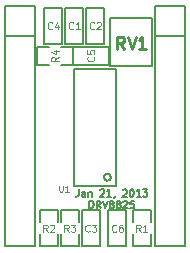
<source format=gto>
G04 (created by PCBNEW-RS274X (2012-01-19 BZR 3256)-stable) date 2013-01-22 오후 1:13:22*
G01*
G70*
G90*
%MOIN*%
G04 Gerber Fmt 3.4, Leading zero omitted, Abs format*
%FSLAX34Y34*%
G04 APERTURE LIST*
%ADD10C,0.006000*%
%ADD11C,0.005000*%
%ADD12C,0.005900*%
%ADD13C,0.003800*%
%ADD14C,0.003900*%
%ADD15C,0.010000*%
G04 APERTURE END LIST*
G54D10*
G54D11*
X43591Y-43807D02*
X43591Y-43979D01*
X43579Y-44013D01*
X43556Y-44036D01*
X43522Y-44047D01*
X43499Y-44047D01*
X43808Y-44047D02*
X43808Y-43921D01*
X43797Y-43899D01*
X43774Y-43887D01*
X43728Y-43887D01*
X43705Y-43899D01*
X43808Y-44036D02*
X43785Y-44047D01*
X43728Y-44047D01*
X43705Y-44036D01*
X43694Y-44013D01*
X43694Y-43990D01*
X43705Y-43967D01*
X43728Y-43956D01*
X43785Y-43956D01*
X43808Y-43944D01*
X43922Y-43887D02*
X43922Y-44047D01*
X43922Y-43910D02*
X43934Y-43899D01*
X43956Y-43887D01*
X43991Y-43887D01*
X44014Y-43899D01*
X44025Y-43921D01*
X44025Y-44047D01*
X44311Y-43830D02*
X44322Y-43819D01*
X44345Y-43807D01*
X44402Y-43807D01*
X44425Y-43819D01*
X44436Y-43830D01*
X44448Y-43853D01*
X44448Y-43876D01*
X44436Y-43910D01*
X44299Y-44047D01*
X44448Y-44047D01*
X44677Y-44047D02*
X44540Y-44047D01*
X44608Y-44047D02*
X44608Y-43807D01*
X44585Y-43841D01*
X44563Y-43864D01*
X44540Y-43876D01*
X44792Y-44036D02*
X44792Y-44047D01*
X44780Y-44070D01*
X44769Y-44081D01*
X45066Y-43830D02*
X45077Y-43819D01*
X45100Y-43807D01*
X45157Y-43807D01*
X45180Y-43819D01*
X45191Y-43830D01*
X45203Y-43853D01*
X45203Y-43876D01*
X45191Y-43910D01*
X45054Y-44047D01*
X45203Y-44047D01*
X45352Y-43807D02*
X45375Y-43807D01*
X45398Y-43819D01*
X45409Y-43830D01*
X45420Y-43853D01*
X45432Y-43899D01*
X45432Y-43956D01*
X45420Y-44001D01*
X45409Y-44024D01*
X45398Y-44036D01*
X45375Y-44047D01*
X45352Y-44047D01*
X45329Y-44036D01*
X45318Y-44024D01*
X45306Y-44001D01*
X45295Y-43956D01*
X45295Y-43899D01*
X45306Y-43853D01*
X45318Y-43830D01*
X45329Y-43819D01*
X45352Y-43807D01*
X45661Y-44047D02*
X45524Y-44047D01*
X45592Y-44047D02*
X45592Y-43807D01*
X45569Y-43841D01*
X45547Y-43864D01*
X45524Y-43876D01*
X45741Y-43807D02*
X45890Y-43807D01*
X45810Y-43899D01*
X45844Y-43899D01*
X45867Y-43910D01*
X45878Y-43921D01*
X45890Y-43944D01*
X45890Y-44001D01*
X45878Y-44024D01*
X45867Y-44036D01*
X45844Y-44047D01*
X45776Y-44047D01*
X45753Y-44036D01*
X45741Y-44024D01*
X43956Y-44433D02*
X43956Y-44193D01*
X44013Y-44193D01*
X44048Y-44205D01*
X44070Y-44227D01*
X44082Y-44250D01*
X44093Y-44296D01*
X44093Y-44330D01*
X44082Y-44376D01*
X44070Y-44399D01*
X44048Y-44422D01*
X44013Y-44433D01*
X43956Y-44433D01*
X44333Y-44433D02*
X44253Y-44319D01*
X44196Y-44433D02*
X44196Y-44193D01*
X44288Y-44193D01*
X44310Y-44205D01*
X44322Y-44216D01*
X44333Y-44239D01*
X44333Y-44273D01*
X44322Y-44296D01*
X44310Y-44307D01*
X44288Y-44319D01*
X44196Y-44319D01*
X44402Y-44193D02*
X44482Y-44433D01*
X44562Y-44193D01*
X44676Y-44296D02*
X44654Y-44285D01*
X44642Y-44273D01*
X44631Y-44250D01*
X44631Y-44239D01*
X44642Y-44216D01*
X44654Y-44205D01*
X44676Y-44193D01*
X44722Y-44193D01*
X44745Y-44205D01*
X44756Y-44216D01*
X44768Y-44239D01*
X44768Y-44250D01*
X44756Y-44273D01*
X44745Y-44285D01*
X44722Y-44296D01*
X44676Y-44296D01*
X44654Y-44307D01*
X44642Y-44319D01*
X44631Y-44342D01*
X44631Y-44387D01*
X44642Y-44410D01*
X44654Y-44422D01*
X44676Y-44433D01*
X44722Y-44433D01*
X44745Y-44422D01*
X44756Y-44410D01*
X44768Y-44387D01*
X44768Y-44342D01*
X44756Y-44319D01*
X44745Y-44307D01*
X44722Y-44296D01*
X44905Y-44296D02*
X44883Y-44285D01*
X44871Y-44273D01*
X44860Y-44250D01*
X44860Y-44239D01*
X44871Y-44216D01*
X44883Y-44205D01*
X44905Y-44193D01*
X44951Y-44193D01*
X44974Y-44205D01*
X44985Y-44216D01*
X44997Y-44239D01*
X44997Y-44250D01*
X44985Y-44273D01*
X44974Y-44285D01*
X44951Y-44296D01*
X44905Y-44296D01*
X44883Y-44307D01*
X44871Y-44319D01*
X44860Y-44342D01*
X44860Y-44387D01*
X44871Y-44410D01*
X44883Y-44422D01*
X44905Y-44433D01*
X44951Y-44433D01*
X44974Y-44422D01*
X44985Y-44410D01*
X44997Y-44387D01*
X44997Y-44342D01*
X44985Y-44319D01*
X44974Y-44307D01*
X44951Y-44296D01*
X45089Y-44216D02*
X45100Y-44205D01*
X45123Y-44193D01*
X45180Y-44193D01*
X45203Y-44205D01*
X45214Y-44216D01*
X45226Y-44239D01*
X45226Y-44262D01*
X45214Y-44296D01*
X45077Y-44433D01*
X45226Y-44433D01*
X45443Y-44193D02*
X45329Y-44193D01*
X45318Y-44307D01*
X45329Y-44296D01*
X45352Y-44285D01*
X45409Y-44285D01*
X45432Y-44296D01*
X45443Y-44307D01*
X45455Y-44330D01*
X45455Y-44387D01*
X45443Y-44410D01*
X45432Y-44422D01*
X45409Y-44433D01*
X45352Y-44433D01*
X45329Y-44422D01*
X45318Y-44410D01*
X45190Y-45300D02*
X45190Y-44900D01*
X44590Y-45300D02*
X44590Y-44900D01*
X45190Y-45300D02*
X45190Y-45700D01*
X45190Y-45700D02*
X44590Y-45700D01*
X44590Y-45700D02*
X44590Y-45300D01*
X44590Y-44900D02*
X44590Y-44500D01*
X44590Y-44500D02*
X45190Y-44500D01*
X45190Y-44500D02*
X45190Y-44900D01*
X44200Y-39050D02*
X43800Y-39050D01*
X44200Y-39650D02*
X43800Y-39650D01*
X44200Y-39050D02*
X44600Y-39050D01*
X44600Y-39050D02*
X44600Y-39650D01*
X44600Y-39650D02*
X44200Y-39650D01*
X43800Y-39650D02*
X43400Y-39650D01*
X43400Y-39650D02*
X43400Y-39050D01*
X43400Y-39050D02*
X43800Y-39050D01*
X42450Y-38150D02*
X42450Y-38550D01*
X43050Y-38150D02*
X43050Y-38550D01*
X42450Y-38150D02*
X42450Y-37750D01*
X42450Y-37750D02*
X43050Y-37750D01*
X43050Y-37750D02*
X43050Y-38150D01*
X43050Y-38550D02*
X43050Y-38950D01*
X43050Y-38950D02*
X42450Y-38950D01*
X42450Y-38950D02*
X42450Y-38550D01*
X43700Y-44900D02*
X43700Y-45300D01*
X44300Y-44900D02*
X44300Y-45300D01*
X43700Y-44900D02*
X43700Y-44500D01*
X43700Y-44500D02*
X44300Y-44500D01*
X44300Y-44500D02*
X44300Y-44900D01*
X44300Y-45300D02*
X44300Y-45700D01*
X44300Y-45700D02*
X43700Y-45700D01*
X43700Y-45700D02*
X43700Y-45300D01*
X43850Y-38150D02*
X43850Y-38550D01*
X44450Y-38150D02*
X44450Y-38550D01*
X43850Y-38150D02*
X43850Y-37750D01*
X43850Y-37750D02*
X44450Y-37750D01*
X44450Y-37750D02*
X44450Y-38150D01*
X44450Y-38550D02*
X44450Y-38950D01*
X44450Y-38950D02*
X43850Y-38950D01*
X43850Y-38950D02*
X43850Y-38550D01*
X43150Y-38150D02*
X43150Y-38550D01*
X43750Y-38150D02*
X43750Y-38550D01*
X43150Y-38150D02*
X43150Y-37750D01*
X43150Y-37750D02*
X43750Y-37750D01*
X43750Y-37750D02*
X43750Y-38150D01*
X43750Y-38550D02*
X43750Y-38950D01*
X43750Y-38950D02*
X43150Y-38950D01*
X43150Y-38950D02*
X43150Y-38550D01*
X43000Y-44900D02*
X43000Y-44500D01*
X43000Y-44500D02*
X43600Y-44500D01*
X43600Y-44500D02*
X43600Y-44900D01*
X43600Y-45300D02*
X43600Y-45700D01*
X43600Y-45700D02*
X43000Y-45700D01*
X43000Y-45700D02*
X43000Y-45300D01*
X42300Y-44900D02*
X42300Y-44500D01*
X42300Y-44500D02*
X42900Y-44500D01*
X42900Y-44500D02*
X42900Y-44900D01*
X42900Y-45300D02*
X42900Y-45700D01*
X42900Y-45700D02*
X42300Y-45700D01*
X42300Y-45700D02*
X42300Y-45300D01*
X46000Y-45300D02*
X46000Y-45700D01*
X46000Y-45700D02*
X45400Y-45700D01*
X45400Y-45700D02*
X45400Y-45300D01*
X45400Y-44900D02*
X45400Y-44500D01*
X45400Y-44500D02*
X46000Y-44500D01*
X46000Y-44500D02*
X46000Y-44900D01*
X43000Y-39050D02*
X43400Y-39050D01*
X43400Y-39050D02*
X43400Y-39650D01*
X43400Y-39650D02*
X43000Y-39650D01*
X42600Y-39650D02*
X42200Y-39650D01*
X42200Y-39650D02*
X42200Y-39050D01*
X42200Y-39050D02*
X42600Y-39050D01*
X43450Y-43700D02*
X44850Y-43700D01*
X43450Y-39800D02*
X44850Y-39800D01*
X43450Y-39800D02*
X43450Y-43700D01*
X44850Y-43700D02*
X44850Y-39800D01*
X44661Y-43400D02*
X44658Y-43421D01*
X44652Y-43442D01*
X44642Y-43461D01*
X44628Y-43478D01*
X44612Y-43492D01*
X44593Y-43502D01*
X44572Y-43508D01*
X44550Y-43510D01*
X44530Y-43509D01*
X44509Y-43502D01*
X44490Y-43492D01*
X44473Y-43479D01*
X44459Y-43462D01*
X44448Y-43443D01*
X44442Y-43423D01*
X44440Y-43401D01*
X44441Y-43380D01*
X44447Y-43360D01*
X44457Y-43340D01*
X44471Y-43323D01*
X44487Y-43309D01*
X44506Y-43299D01*
X44527Y-43292D01*
X44548Y-43290D01*
X44569Y-43291D01*
X44590Y-43297D01*
X44609Y-43307D01*
X44626Y-43320D01*
X44640Y-43337D01*
X44651Y-43355D01*
X44658Y-43376D01*
X44660Y-43397D01*
X44661Y-43400D01*
G54D12*
X46050Y-39700D02*
X46050Y-38100D01*
X46050Y-38100D02*
X44650Y-38100D01*
X44650Y-38100D02*
X44650Y-39700D01*
X44650Y-39700D02*
X46050Y-39700D01*
G54D11*
X42150Y-37700D02*
X42150Y-45700D01*
X42150Y-45700D02*
X41150Y-45700D01*
X41150Y-45700D02*
X41150Y-37700D01*
X41150Y-37700D02*
X41150Y-38700D01*
X41150Y-38700D02*
X42150Y-38700D01*
X41150Y-37700D02*
X42150Y-37700D01*
X42150Y-45700D02*
X41150Y-45700D01*
X47150Y-37700D02*
X47150Y-45700D01*
X47150Y-45700D02*
X46150Y-45700D01*
X46150Y-45700D02*
X46150Y-37700D01*
X46150Y-37700D02*
X46150Y-38700D01*
X46150Y-38700D02*
X47150Y-38700D01*
X46150Y-37700D02*
X47150Y-37700D01*
X47150Y-45700D02*
X46150Y-45700D01*
G54D13*
X44850Y-45198D02*
X44839Y-45210D01*
X44805Y-45221D01*
X44782Y-45221D01*
X44747Y-45210D01*
X44725Y-45187D01*
X44713Y-45164D01*
X44702Y-45118D01*
X44702Y-45084D01*
X44713Y-45038D01*
X44725Y-45015D01*
X44747Y-44993D01*
X44782Y-44981D01*
X44805Y-44981D01*
X44839Y-44993D01*
X44850Y-45004D01*
X45056Y-44981D02*
X45010Y-44981D01*
X44987Y-44993D01*
X44976Y-45004D01*
X44953Y-45038D01*
X44942Y-45084D01*
X44942Y-45175D01*
X44953Y-45198D01*
X44965Y-45210D01*
X44987Y-45221D01*
X45033Y-45221D01*
X45056Y-45210D01*
X45067Y-45198D01*
X45079Y-45175D01*
X45079Y-45118D01*
X45067Y-45095D01*
X45056Y-45084D01*
X45033Y-45073D01*
X44987Y-45073D01*
X44965Y-45084D01*
X44953Y-45095D01*
X44942Y-45118D01*
X44098Y-39390D02*
X44110Y-39401D01*
X44121Y-39435D01*
X44121Y-39458D01*
X44110Y-39493D01*
X44087Y-39515D01*
X44064Y-39527D01*
X44018Y-39538D01*
X43984Y-39538D01*
X43938Y-39527D01*
X43915Y-39515D01*
X43893Y-39493D01*
X43881Y-39458D01*
X43881Y-39435D01*
X43893Y-39401D01*
X43904Y-39390D01*
X43881Y-39173D02*
X43881Y-39287D01*
X43995Y-39298D01*
X43984Y-39287D01*
X43973Y-39264D01*
X43973Y-39207D01*
X43984Y-39184D01*
X43995Y-39173D01*
X44018Y-39161D01*
X44075Y-39161D01*
X44098Y-39173D01*
X44110Y-39184D01*
X44121Y-39207D01*
X44121Y-39264D01*
X44110Y-39287D01*
X44098Y-39298D01*
X42710Y-38447D02*
X42699Y-38459D01*
X42665Y-38470D01*
X42642Y-38470D01*
X42607Y-38459D01*
X42585Y-38436D01*
X42573Y-38413D01*
X42562Y-38367D01*
X42562Y-38333D01*
X42573Y-38287D01*
X42585Y-38264D01*
X42607Y-38242D01*
X42642Y-38230D01*
X42665Y-38230D01*
X42699Y-38242D01*
X42710Y-38253D01*
X42916Y-38310D02*
X42916Y-38470D01*
X42859Y-38219D02*
X42802Y-38390D01*
X42950Y-38390D01*
X43960Y-45197D02*
X43949Y-45209D01*
X43915Y-45220D01*
X43892Y-45220D01*
X43857Y-45209D01*
X43835Y-45186D01*
X43823Y-45163D01*
X43812Y-45117D01*
X43812Y-45083D01*
X43823Y-45037D01*
X43835Y-45014D01*
X43857Y-44992D01*
X43892Y-44980D01*
X43915Y-44980D01*
X43949Y-44992D01*
X43960Y-45003D01*
X44040Y-44980D02*
X44189Y-44980D01*
X44109Y-45072D01*
X44143Y-45072D01*
X44166Y-45083D01*
X44177Y-45094D01*
X44189Y-45117D01*
X44189Y-45174D01*
X44177Y-45197D01*
X44166Y-45209D01*
X44143Y-45220D01*
X44075Y-45220D01*
X44052Y-45209D01*
X44040Y-45197D01*
X44110Y-38447D02*
X44099Y-38459D01*
X44065Y-38470D01*
X44042Y-38470D01*
X44007Y-38459D01*
X43985Y-38436D01*
X43973Y-38413D01*
X43962Y-38367D01*
X43962Y-38333D01*
X43973Y-38287D01*
X43985Y-38264D01*
X44007Y-38242D01*
X44042Y-38230D01*
X44065Y-38230D01*
X44099Y-38242D01*
X44110Y-38253D01*
X44202Y-38253D02*
X44213Y-38242D01*
X44236Y-38230D01*
X44293Y-38230D01*
X44316Y-38242D01*
X44327Y-38253D01*
X44339Y-38276D01*
X44339Y-38299D01*
X44327Y-38333D01*
X44190Y-38470D01*
X44339Y-38470D01*
X43410Y-38447D02*
X43399Y-38459D01*
X43365Y-38470D01*
X43342Y-38470D01*
X43307Y-38459D01*
X43285Y-38436D01*
X43273Y-38413D01*
X43262Y-38367D01*
X43262Y-38333D01*
X43273Y-38287D01*
X43285Y-38264D01*
X43307Y-38242D01*
X43342Y-38230D01*
X43365Y-38230D01*
X43399Y-38242D01*
X43410Y-38253D01*
X43639Y-38470D02*
X43502Y-38470D01*
X43570Y-38470D02*
X43570Y-38230D01*
X43547Y-38264D01*
X43525Y-38287D01*
X43502Y-38299D01*
X43260Y-45220D02*
X43180Y-45106D01*
X43123Y-45220D02*
X43123Y-44980D01*
X43215Y-44980D01*
X43237Y-44992D01*
X43249Y-45003D01*
X43260Y-45026D01*
X43260Y-45060D01*
X43249Y-45083D01*
X43237Y-45094D01*
X43215Y-45106D01*
X43123Y-45106D01*
X43340Y-44980D02*
X43489Y-44980D01*
X43409Y-45072D01*
X43443Y-45072D01*
X43466Y-45083D01*
X43477Y-45094D01*
X43489Y-45117D01*
X43489Y-45174D01*
X43477Y-45197D01*
X43466Y-45209D01*
X43443Y-45220D01*
X43375Y-45220D01*
X43352Y-45209D01*
X43340Y-45197D01*
X42560Y-45220D02*
X42480Y-45106D01*
X42423Y-45220D02*
X42423Y-44980D01*
X42515Y-44980D01*
X42537Y-44992D01*
X42549Y-45003D01*
X42560Y-45026D01*
X42560Y-45060D01*
X42549Y-45083D01*
X42537Y-45094D01*
X42515Y-45106D01*
X42423Y-45106D01*
X42652Y-45003D02*
X42663Y-44992D01*
X42686Y-44980D01*
X42743Y-44980D01*
X42766Y-44992D01*
X42777Y-45003D01*
X42789Y-45026D01*
X42789Y-45049D01*
X42777Y-45083D01*
X42640Y-45220D01*
X42789Y-45220D01*
X45660Y-45219D02*
X45580Y-45105D01*
X45523Y-45219D02*
X45523Y-44979D01*
X45615Y-44979D01*
X45637Y-44991D01*
X45649Y-45002D01*
X45660Y-45025D01*
X45660Y-45059D01*
X45649Y-45082D01*
X45637Y-45093D01*
X45615Y-45105D01*
X45523Y-45105D01*
X45889Y-45219D02*
X45752Y-45219D01*
X45820Y-45219D02*
X45820Y-44979D01*
X45797Y-45013D01*
X45775Y-45036D01*
X45752Y-45048D01*
X42927Y-39390D02*
X42813Y-39470D01*
X42927Y-39527D02*
X42687Y-39527D01*
X42687Y-39435D01*
X42699Y-39413D01*
X42710Y-39401D01*
X42733Y-39390D01*
X42767Y-39390D01*
X42790Y-39401D01*
X42801Y-39413D01*
X42813Y-39435D01*
X42813Y-39527D01*
X42767Y-39184D02*
X42927Y-39184D01*
X42676Y-39241D02*
X42847Y-39298D01*
X42847Y-39150D01*
G54D14*
X42950Y-43682D02*
X42950Y-43842D01*
X42959Y-43860D01*
X42969Y-43870D01*
X42987Y-43879D01*
X43025Y-43879D01*
X43044Y-43870D01*
X43053Y-43860D01*
X43062Y-43842D01*
X43062Y-43682D01*
X43259Y-43879D02*
X43147Y-43879D01*
X43203Y-43879D02*
X43203Y-43682D01*
X43184Y-43710D01*
X43165Y-43729D01*
X43147Y-43739D01*
G54D15*
X45112Y-39112D02*
X44978Y-38921D01*
X44883Y-39112D02*
X44883Y-38712D01*
X45036Y-38712D01*
X45074Y-38731D01*
X45093Y-38750D01*
X45112Y-38788D01*
X45112Y-38845D01*
X45093Y-38883D01*
X45074Y-38902D01*
X45036Y-38921D01*
X44883Y-38921D01*
X45226Y-38712D02*
X45359Y-39112D01*
X45493Y-38712D01*
X45836Y-39112D02*
X45607Y-39112D01*
X45721Y-39112D02*
X45721Y-38712D01*
X45683Y-38769D01*
X45645Y-38807D01*
X45607Y-38826D01*
M02*

</source>
